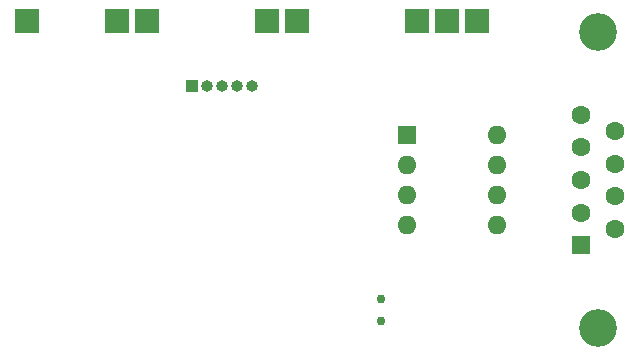
<source format=gbs>
G04 #@! TF.GenerationSoftware,KiCad,Pcbnew,(5.1.9-0-10_14)*
G04 #@! TF.CreationDate,2021-04-11T20:07:46+09:00*
G04 #@! TF.ProjectId,usbCAN,75736243-414e-42e6-9b69-6361645f7063,V1.0*
G04 #@! TF.SameCoordinates,Original*
G04 #@! TF.FileFunction,Soldermask,Bot*
G04 #@! TF.FilePolarity,Negative*
%FSLAX46Y46*%
G04 Gerber Fmt 4.6, Leading zero omitted, Abs format (unit mm)*
G04 Created by KiCad (PCBNEW (5.1.9-0-10_14)) date 2021-04-11 20:07:46*
%MOMM*%
%LPD*%
G01*
G04 APERTURE LIST*
%ADD10R,2.000000X2.000000*%
%ADD11R,1.600000X1.600000*%
%ADD12C,1.600000*%
%ADD13C,3.200000*%
%ADD14O,1.600000X1.600000*%
%ADD15C,0.750000*%
%ADD16R,1.000000X1.000000*%
%ADD17O,1.000000X1.000000*%
G04 APERTURE END LIST*
D10*
X-27940000Y13500000D03*
D11*
X19000000Y-5540000D03*
D12*
X19000000Y-2770000D03*
X19000000Y0D03*
X19000000Y2770000D03*
X19000000Y5540000D03*
X21840000Y-4155000D03*
X21840000Y-1385000D03*
X21840000Y1385000D03*
X21840000Y4155000D03*
D13*
X20420000Y-12500000D03*
X20420000Y12500000D03*
D11*
X4190000Y3810000D03*
D14*
X11810000Y-3810000D03*
X4190000Y1270000D03*
X11810000Y-1270000D03*
X4190000Y-1270000D03*
X11810000Y1270000D03*
X4190000Y-3810000D03*
X11810000Y3810000D03*
D10*
X10160000Y13470000D03*
X-5080000Y13470000D03*
X-7620000Y13470000D03*
X-17800000Y13500000D03*
X-20320000Y13500000D03*
X7620000Y13470000D03*
X5080000Y13470000D03*
D15*
X2000000Y-11900000D03*
X2000000Y-10100000D03*
D16*
X-14000000Y8000000D03*
D17*
X-12730000Y8000000D03*
X-11460000Y8000000D03*
X-10190000Y8000000D03*
X-8920000Y8000000D03*
M02*

</source>
